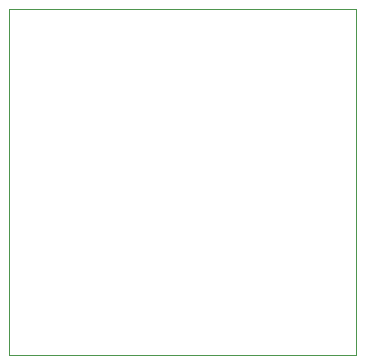
<source format=gbr>
G04 #@! TF.GenerationSoftware,KiCad,Pcbnew,8.0.1*
G04 #@! TF.CreationDate,2025-03-18T21:29:45-06:00*
G04 #@! TF.ProjectId,ColorSensing_Rev3,436f6c6f-7253-4656-9e73-696e675f5265,rev?*
G04 #@! TF.SameCoordinates,Original*
G04 #@! TF.FileFunction,Profile,NP*
%FSLAX46Y46*%
G04 Gerber Fmt 4.6, Leading zero omitted, Abs format (unit mm)*
G04 Created by KiCad (PCBNEW 8.0.1) date 2025-03-18 21:29:45*
%MOMM*%
%LPD*%
G01*
G04 APERTURE LIST*
G04 #@! TA.AperFunction,Profile*
%ADD10C,0.050000*%
G04 #@! TD*
G04 APERTURE END LIST*
D10*
X112140000Y-67330000D02*
X141510000Y-67330000D01*
X141510000Y-96660000D01*
X112140000Y-96660000D01*
X112140000Y-67330000D01*
M02*

</source>
